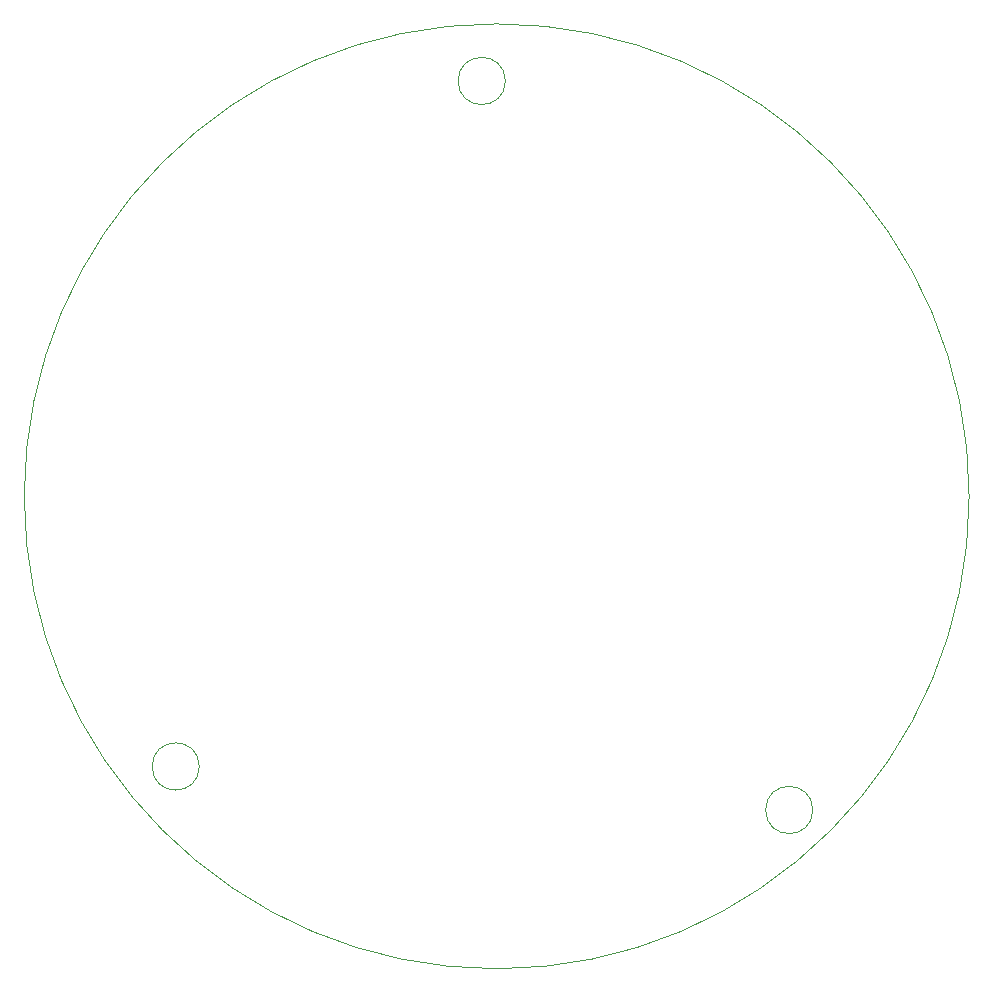
<source format=gbr>
%TF.GenerationSoftware,KiCad,Pcbnew,(6.0.0)*%
%TF.CreationDate,2022-04-16T20:40:41+02:00*%
%TF.ProjectId,bewegungsmelder,62657765-6775-46e6-9773-6d656c646572,rev?*%
%TF.SameCoordinates,Original*%
%TF.FileFunction,Profile,NP*%
%FSLAX46Y46*%
G04 Gerber Fmt 4.6, Leading zero omitted, Abs format (unit mm)*
G04 Created by KiCad (PCBNEW (6.0.0)) date 2022-04-16 20:40:41*
%MOMM*%
%LPD*%
G01*
G04 APERTURE LIST*
%TA.AperFunction,Profile*%
%ADD10C,0.100000*%
%TD*%
G04 APERTURE END LIST*
D10*
X132302000Y-126873000D02*
G75*
G03*
X132302000Y-126873000I-2000000J0D01*
G01*
X80359000Y-123190000D02*
G75*
G03*
X80359000Y-123190000I-2000000J0D01*
G01*
X106267000Y-65151000D02*
G75*
G03*
X106267000Y-65151000I-2000000J0D01*
G01*
X145537000Y-100317407D02*
G75*
G03*
X145537000Y-100317407I-40000000J0D01*
G01*
M02*

</source>
